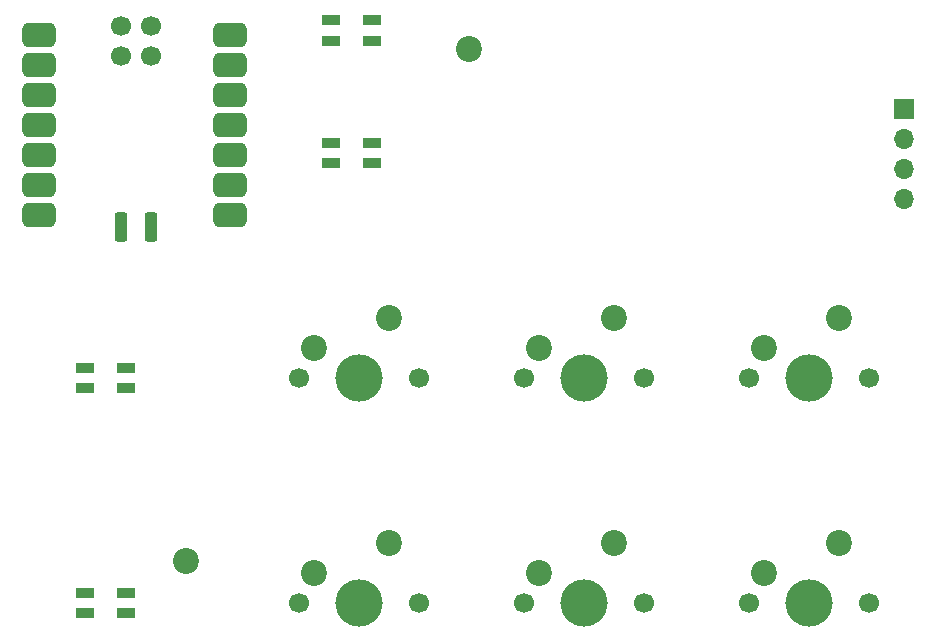
<source format=gts>
G04 #@! TF.GenerationSoftware,KiCad,Pcbnew,9.0.7*
G04 #@! TF.CreationDate,2026-01-14T23:35:42+00:00*
G04 #@! TF.ProjectId,MacroMachine,4d616372-6f4d-4616-9368-696e652e6b69,rev?*
G04 #@! TF.SameCoordinates,Original*
G04 #@! TF.FileFunction,Soldermask,Top*
G04 #@! TF.FilePolarity,Negative*
%FSLAX46Y46*%
G04 Gerber Fmt 4.6, Leading zero omitted, Abs format (unit mm)*
G04 Created by KiCad (PCBNEW 9.0.7) date 2026-01-14 23:35:42*
%MOMM*%
%LPD*%
G01*
G04 APERTURE LIST*
G04 Aperture macros list*
%AMRoundRect*
0 Rectangle with rounded corners*
0 $1 Rounding radius*
0 $2 $3 $4 $5 $6 $7 $8 $9 X,Y pos of 4 corners*
0 Add a 4 corners polygon primitive as box body*
4,1,4,$2,$3,$4,$5,$6,$7,$8,$9,$2,$3,0*
0 Add four circle primitives for the rounded corners*
1,1,$1+$1,$2,$3*
1,1,$1+$1,$4,$5*
1,1,$1+$1,$6,$7*
1,1,$1+$1,$8,$9*
0 Add four rect primitives between the rounded corners*
20,1,$1+$1,$2,$3,$4,$5,0*
20,1,$1+$1,$4,$5,$6,$7,0*
20,1,$1+$1,$6,$7,$8,$9,0*
20,1,$1+$1,$8,$9,$2,$3,0*%
G04 Aperture macros list end*
%ADD10C,2.200000*%
%ADD11C,1.700000*%
%ADD12C,4.000000*%
%ADD13RoundRect,0.525400X-0.900400X-0.525400X0.900400X-0.525400X0.900400X0.525400X-0.900400X0.525400X0*%
%ADD14RoundRect,0.275000X-0.275000X0.975000X-0.275000X-0.975000X0.275000X-0.975000X0.275000X0.975000X0*%
%ADD15R,1.600000X0.850000*%
%ADD16R,1.700000X1.700000*%
%ADD17O,1.700000X1.700000*%
G04 APERTURE END LIST*
D10*
G04 #@! TO.C,REF\u002A\u002A*
X152200000Y-81700000D03*
G04 #@! TD*
G04 #@! TO.C,REF\u002A\u002A*
X128300000Y-125000000D03*
G04 #@! TD*
D11*
G04 #@! TO.C,SW2*
X137795000Y-128587500D03*
D12*
X142875000Y-128587500D03*
D11*
X147955000Y-128587500D03*
D10*
X145415000Y-123507500D03*
X139065000Y-126047500D03*
G04 #@! TD*
D13*
G04 #@! TO.C,U1*
X115825000Y-80486250D03*
X115825000Y-83026250D03*
X115825000Y-85566250D03*
X115825000Y-88106250D03*
X115825000Y-90646250D03*
X115825000Y-93186250D03*
X115825000Y-95726250D03*
X131990000Y-95726250D03*
X131990000Y-93186250D03*
X131990000Y-90646250D03*
X131990000Y-88106250D03*
X131990000Y-85566250D03*
X131990000Y-83026250D03*
X131990000Y-80486250D03*
D14*
X122737000Y-96746250D03*
X125277000Y-96746250D03*
D11*
X122737000Y-79728250D03*
X125277000Y-79728250D03*
X122737000Y-82268250D03*
X125277000Y-82268250D03*
G04 #@! TD*
G04 #@! TO.C,SW3*
X156845000Y-109537500D03*
D12*
X161925000Y-109537500D03*
D11*
X167005000Y-109537500D03*
D10*
X164465000Y-104457500D03*
X158115000Y-106997500D03*
G04 #@! TD*
D15*
G04 #@! TO.C,D2*
X119693750Y-108662500D03*
X119693750Y-110412500D03*
X123193750Y-110412500D03*
X123193750Y-108662500D03*
G04 #@! TD*
G04 #@! TO.C,D4*
X140493750Y-79212500D03*
X140493750Y-80962500D03*
X143993750Y-80962500D03*
X143993750Y-79212500D03*
G04 #@! TD*
D11*
G04 #@! TO.C,SW5*
X175895000Y-109537500D03*
D12*
X180975000Y-109537500D03*
D11*
X186055000Y-109537500D03*
D10*
X183515000Y-104457500D03*
X177165000Y-106997500D03*
G04 #@! TD*
D15*
G04 #@! TO.C,D1*
X119693750Y-127712500D03*
X119693750Y-129462500D03*
X123193750Y-129462500D03*
X123193750Y-127712500D03*
G04 #@! TD*
G04 #@! TO.C,D3*
X140493750Y-89612500D03*
X140493750Y-91362500D03*
X143993750Y-91362500D03*
X143993750Y-89612500D03*
G04 #@! TD*
D16*
G04 #@! TO.C,DS1*
X189065000Y-86792500D03*
D17*
X189065000Y-89332500D03*
X189065000Y-91872500D03*
X189065000Y-94412500D03*
G04 #@! TD*
D11*
G04 #@! TO.C,SW4*
X156845000Y-128587500D03*
D12*
X161925000Y-128587500D03*
D11*
X167005000Y-128587500D03*
D10*
X164465000Y-123507500D03*
X158115000Y-126047500D03*
G04 #@! TD*
D11*
G04 #@! TO.C,SW1*
X137795000Y-109537500D03*
D12*
X142875000Y-109537500D03*
D11*
X147955000Y-109537500D03*
D10*
X145415000Y-104457500D03*
X139065000Y-106997500D03*
G04 #@! TD*
D11*
G04 #@! TO.C,SW6*
X175895000Y-128587500D03*
D12*
X180975000Y-128587500D03*
D11*
X186055000Y-128587500D03*
D10*
X183515000Y-123507500D03*
X177165000Y-126047500D03*
G04 #@! TD*
M02*

</source>
